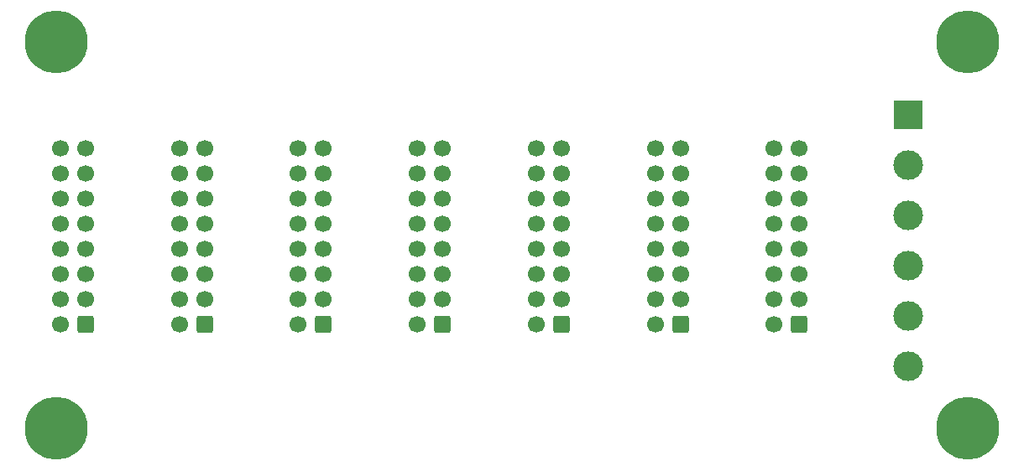
<source format=gbs>
%TF.GenerationSoftware,KiCad,Pcbnew,(6.0.1)*%
%TF.CreationDate,2022-10-04T11:21:56-04:00*%
%TF.ProjectId,ER-PWR-01,45522d50-5752-42d3-9031-2e6b69636164,rev?*%
%TF.SameCoordinates,Original*%
%TF.FileFunction,Soldermask,Bot*%
%TF.FilePolarity,Negative*%
%FSLAX46Y46*%
G04 Gerber Fmt 4.6, Leading zero omitted, Abs format (unit mm)*
G04 Created by KiCad (PCBNEW (6.0.1)) date 2022-10-04 11:21:56*
%MOMM*%
%LPD*%
G01*
G04 APERTURE LIST*
G04 Aperture macros list*
%AMRoundRect*
0 Rectangle with rounded corners*
0 $1 Rounding radius*
0 $2 $3 $4 $5 $6 $7 $8 $9 X,Y pos of 4 corners*
0 Add a 4 corners polygon primitive as box body*
4,1,4,$2,$3,$4,$5,$6,$7,$8,$9,$2,$3,0*
0 Add four circle primitives for the rounded corners*
1,1,$1+$1,$2,$3*
1,1,$1+$1,$4,$5*
1,1,$1+$1,$6,$7*
1,1,$1+$1,$8,$9*
0 Add four rect primitives between the rounded corners*
20,1,$1+$1,$2,$3,$4,$5,0*
20,1,$1+$1,$4,$5,$6,$7,0*
20,1,$1+$1,$6,$7,$8,$9,0*
20,1,$1+$1,$8,$9,$2,$3,0*%
G04 Aperture macros list end*
%ADD10C,6.350000*%
%ADD11RoundRect,0.250000X0.600000X0.600000X-0.600000X0.600000X-0.600000X-0.600000X0.600000X-0.600000X0*%
%ADD12C,1.700000*%
%ADD13R,3.000000X3.000000*%
%ADD14C,3.000000*%
G04 APERTURE END LIST*
D10*
%TO.C,MTG1*%
X94000000Y-83000000D03*
%TD*%
D11*
%TO.C,J7*%
X169000000Y-72500000D03*
D12*
X166460000Y-72500000D03*
X169000000Y-69960000D03*
X166460000Y-69960000D03*
X169000000Y-67420000D03*
X166460000Y-67420000D03*
X169000000Y-64880000D03*
X166460000Y-64880000D03*
X169000000Y-62340000D03*
X166460000Y-62340000D03*
X169000000Y-59800000D03*
X166460000Y-59800000D03*
X169000000Y-57260000D03*
X166460000Y-57260000D03*
X169000000Y-54720000D03*
X166460000Y-54720000D03*
%TD*%
D13*
%TO.C,J8*%
X180000000Y-51300000D03*
D14*
X180000000Y-56380000D03*
X180000000Y-61460000D03*
X180000000Y-66540000D03*
X180000000Y-71620000D03*
X180000000Y-76700000D03*
%TD*%
D11*
%TO.C,J2*%
X109000000Y-72500000D03*
D12*
X106460000Y-72500000D03*
X109000000Y-69960000D03*
X106460000Y-69960000D03*
X109000000Y-67420000D03*
X106460000Y-67420000D03*
X109000000Y-64880000D03*
X106460000Y-64880000D03*
X109000000Y-62340000D03*
X106460000Y-62340000D03*
X109000000Y-59800000D03*
X106460000Y-59800000D03*
X109000000Y-57260000D03*
X106460000Y-57260000D03*
X109000000Y-54720000D03*
X106460000Y-54720000D03*
%TD*%
D11*
%TO.C,J6*%
X157000000Y-72500000D03*
D12*
X154460000Y-72500000D03*
X157000000Y-69960000D03*
X154460000Y-69960000D03*
X157000000Y-67420000D03*
X154460000Y-67420000D03*
X157000000Y-64880000D03*
X154460000Y-64880000D03*
X157000000Y-62340000D03*
X154460000Y-62340000D03*
X157000000Y-59800000D03*
X154460000Y-59800000D03*
X157000000Y-57260000D03*
X154460000Y-57260000D03*
X157000000Y-54720000D03*
X154460000Y-54720000D03*
%TD*%
D11*
%TO.C,J5*%
X145000000Y-72500000D03*
D12*
X142460000Y-72500000D03*
X145000000Y-69960000D03*
X142460000Y-69960000D03*
X145000000Y-67420000D03*
X142460000Y-67420000D03*
X145000000Y-64880000D03*
X142460000Y-64880000D03*
X145000000Y-62340000D03*
X142460000Y-62340000D03*
X145000000Y-59800000D03*
X142460000Y-59800000D03*
X145000000Y-57260000D03*
X142460000Y-57260000D03*
X145000000Y-54720000D03*
X142460000Y-54720000D03*
%TD*%
D11*
%TO.C,J1*%
X97000000Y-72500000D03*
D12*
X94460000Y-72500000D03*
X97000000Y-69960000D03*
X94460000Y-69960000D03*
X97000000Y-67420000D03*
X94460000Y-67420000D03*
X97000000Y-64880000D03*
X94460000Y-64880000D03*
X97000000Y-62340000D03*
X94460000Y-62340000D03*
X97000000Y-59800000D03*
X94460000Y-59800000D03*
X97000000Y-57260000D03*
X94460000Y-57260000D03*
X97000000Y-54720000D03*
X94460000Y-54720000D03*
%TD*%
D10*
%TO.C,MTG3*%
X94000000Y-44000000D03*
%TD*%
D11*
%TO.C,J4*%
X133000000Y-72500000D03*
D12*
X130460000Y-72500000D03*
X133000000Y-69960000D03*
X130460000Y-69960000D03*
X133000000Y-67420000D03*
X130460000Y-67420000D03*
X133000000Y-64880000D03*
X130460000Y-64880000D03*
X133000000Y-62340000D03*
X130460000Y-62340000D03*
X133000000Y-59800000D03*
X130460000Y-59800000D03*
X133000000Y-57260000D03*
X130460000Y-57260000D03*
X133000000Y-54720000D03*
X130460000Y-54720000D03*
%TD*%
D11*
%TO.C,J3*%
X121000000Y-72500000D03*
D12*
X118460000Y-72500000D03*
X121000000Y-69960000D03*
X118460000Y-69960000D03*
X121000000Y-67420000D03*
X118460000Y-67420000D03*
X121000000Y-64880000D03*
X118460000Y-64880000D03*
X121000000Y-62340000D03*
X118460000Y-62340000D03*
X121000000Y-59800000D03*
X118460000Y-59800000D03*
X121000000Y-57260000D03*
X118460000Y-57260000D03*
X121000000Y-54720000D03*
X118460000Y-54720000D03*
%TD*%
D10*
%TO.C,MTG2*%
X186000000Y-83000000D03*
%TD*%
%TO.C,MTG4*%
X186000000Y-44000000D03*
%TD*%
M02*

</source>
